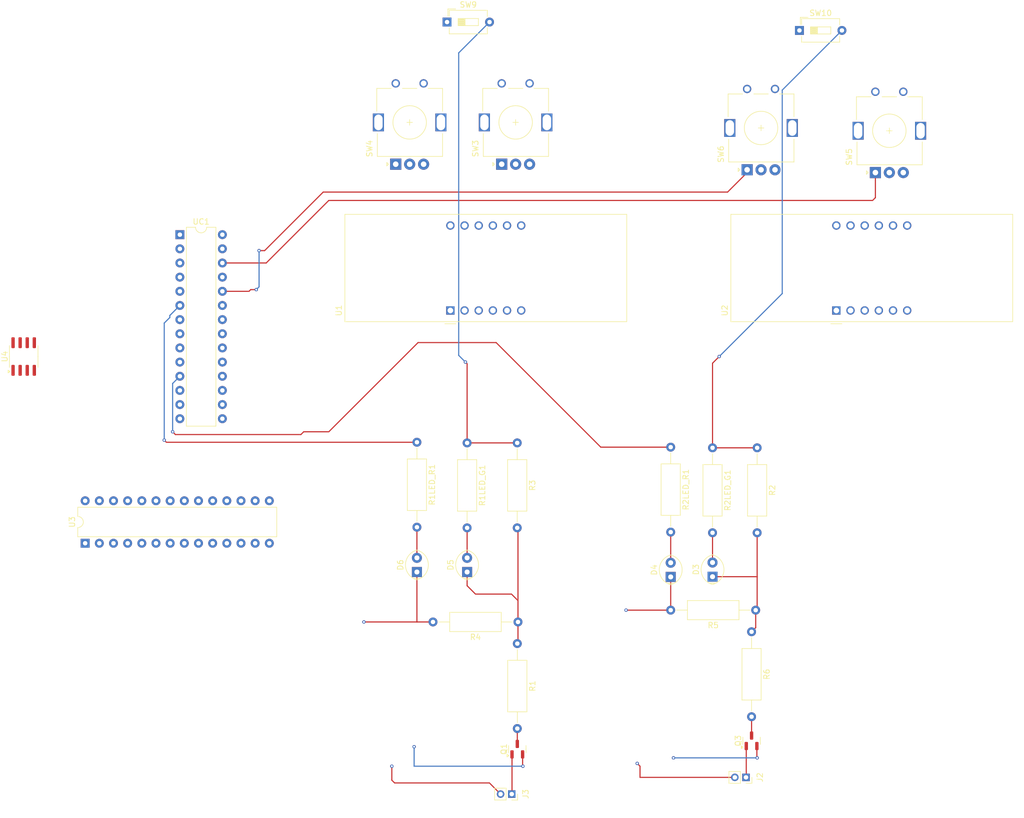
<source format=kicad_pcb>
(kicad_pcb (version 20240108) (generator "pcbnew") (generator_version "8.0")
  (layers (0 "F.Cu" signal) (31 "B.Cu" signal) (34 "B.Paste" user) (35 "F.Paste" user) (36 "B.SilkS" user "B.Silkscreen") (37 "F.SilkS" user "F.Silkscreen") (38 "B.Mask" user) (39 "F.Mask" user) (44 "Edge.Cuts" user))
  (net 0 "")
  (net 1 "Net-(D3-K)")
  (net 2 "Net-(D3-A)")
  (net 3 "Net-(D4-A)")
  (net 4 "GND")
  (net 5 "Net-(D5-K)")
  (net 6 "Net-(D5-A)")
  (net 7 "Net-(D6-A)")
  (net 8 "Net-(J2-Pin_1)")
  (net 9 "Net-(J3-Pin_1)")
  (net 10 "Net-(Q1-G)")
  (net 11 "VCC")
  (net 12 "Net-(Q3-G)")
  (net 13 "/Solenoid 1 Inputs/OUTPUT")
  (net 14 "/Microcontroller/SOL1_RED")
  (net 15 "/Solenoid 2 Inputs/OUTPUT")
  (net 16 "/Microcontroller/SOL2_RED")
  (net 17 "/Microcontroller/SOL1_DURA")
  (net 18 "/Microcontroller/SOL1_CLOCK")
  (net 19 "/Microcontroller/SOL1_DELAY")
  (net 20 "/Microcontroller/SOL2_CLOCK")
  (net 21 "/Microcontroller/SOL2_DURA")
  (net 22 "/Microcontroller/SOL2_DELAY")
  (net 23 "/Microcontroller/SOL1_GREEN")
  (net 24 "/Microcontroller/SOL2_GREEN")
  (net 60 "Net-(U3-GND-Pad4)")
  (net 72 "Net-(U4-FB)")
  (net 73 "/Microcontroller/5V_OUT")
  (net 76 "/Microcontroller/SOL1_CHECK")
  (net 79 "/Microcontroller/SDA")
  (net 80 "/Microcontroller/SCL")
  (net 82 "/Microcontroller/SOL2_CHECK")
  (net 87 "/Microcontroller/SOL1_CONF")
  (net 88 "/Microcontroller/SOL2_CONF")
  (footprint "Resistor_THT:R_Axial_DIN0309_L9.0mm_D3.2mm_P15.24mm_Horizontal" (layer "F.Cu") (at 129.3 94 -90)
    (property "Reference" "R1LED_G1" (at 7.62 -2.72 90) (layer "F.SilkS"))
    (property "Value" "220")
    (pad "1" thru_hole circle (at 0 0 270) (size 1.6 1.6) (drill 0.8) (layers "*.Cu" "*.Mask") (net 13 "/Solenoid 1 Inputs/OUTPUT"))
    (pad "2" thru_hole oval (at 15.24 0 270) (size 1.6 1.6) (drill 0.8) (layers "*.Cu" "*.Mask") (net 6 "Net-(D5-A)"))
  )
  (footprint "Rotary_Encoder:RotaryEncoder_Alps_EC11E_Vertical_H20mm" (layer "F.Cu") (at 202.5 45.5 90)
    (property "Reference" "SW5" (at 2.8 -4.7 90) (layer "F.SilkS"))
    (property "Value" "SOL2_DURA")
    (pad "" thru_hole circle (at 14.5 0 90) (size 1.5 1.5) (drill 1) (layers "*.Cu" "*.Mask"))
    (pad "" thru_hole circle (at 14.5 5 90) (size 1.5 1.5) (drill 1) (layers "*.Cu" "*.Mask"))
    (pad "A" thru_hole rect (at 0 0 90) (size 2 2) (drill 1) (layers "*.Cu" "*.Mask") (net 21 "/Microcontroller/SOL2_DURA"))
    (pad "B" thru_hole circle (at 0 5 90) (size 2 2) (drill 1) (layers "*.Cu" "*.Mask") (net 4 "GND"))
    (pad "C" thru_hole circle (at 0 2.5 90) (size 2 2) (drill 1) (layers "*.Cu" "*.Mask") (net 20 "/Microcontroller/SOL2_CLOCK"))
    (pad "MP" thru_hole rect (at 7.5 -3.1 90) (size 3.2 2) (drill oval 2.8 1.5) (layers "*.Cu" "*.Mask"))
    (pad "MP" thru_hole rect (at 7.5 8.1 90) (size 3.2 2) (drill oval 2.8 1.5) (layers "*.Cu" "*.Mask"))
  )
  (footprint "Button_Switch_THT:SW_DIP_SPSTx01_Slide_6.7x4.1mm_W7.62mm_P2.54mm_LowProfile" (layer "F.Cu") (at 188.88 20)
    (property "Reference" "SW10" (at 3.81 -3.11 0) (layer "F.SilkS"))
    (property "Value" "SOL2_MASTER")
    (pad "1" thru_hole rect (at 0 0) (size 1.6 1.6) (drill 0.8) (layers "*.Cu" "*.Mask") (net 24 "/Microcontroller/SOL2_GREEN"))
    (pad "2" thru_hole oval (at 7.62 0) (size 1.6 1.6) (drill 0.8) (layers "*.Cu" "*.Mask") (net 15 "/Solenoid 2 Inputs/OUTPUT"))
  )
  (footprint "LED_THT:LED_Oval_W5.2mm_H3.8mm" (layer "F.Cu") (at 129.3 117.16 90)
    (property "Reference" "D5" (at 1.27 -2.96 90) (layer "F.SilkS"))
    (property "Value" "SOL1_GRN")
    (pad "1" thru_hole rect (at 0 0 90) (size 1.8 1.8) (drill 0.9) (layers "*.Cu" "*.Mask") (net 5 "Net-(D5-K)"))
    (pad "2" thru_hole circle (at 2.54 0 90) (size 1.8 1.8) (drill 0.9) (layers "*.Cu" "*.Mask") (net 6 "Net-(D5-A)"))
  )
  (footprint "Connector_PinSocket_2.00mm:PinSocket_1x02_P2.00mm_Vertical" (layer "F.Cu") (at 179.3 154 -90)
    (property "Reference" "J2" (at 0 -2.5 90) (layer "F.SilkS"))
    (property "Value" "SOL2_PORT")
    (pad "1" thru_hole rect (at 0 0 270) (size 1.35 1.35) (drill 0.8) (layers "*.Cu" "*.Mask") (net 8 "Net-(J2-Pin_1)"))
    (pad "2" thru_hole oval (at 0 2 270) (size 1.35 1.35) (drill 0.8) (layers "*.Cu" "*.Mask") (net 4 "GND"))
  )
  (footprint "Package_TO_SOT_SMD:SOT-23" (layer "F.Cu") (at 180.3 147.4375 90)
    (property "Reference" "Q3" (at 0 -2.4 90) (layer "F.SilkS"))
    (property "Value" "SOL2_NFET")
    (pad "1" smd roundrect (at -0.9375 -0.95 90) (size 1.475 0.6) (layers "F.Cu" "F.Paste" "F.Mask") (net 8 "Net-(J2-Pin_1)"))
    (pad "2" smd roundrect (at -0.9375 0.95 90) (size 1.475 0.6) (layers "F.Cu" "F.Paste" "F.Mask") (net 11 "VCC"))
    (pad "3" smd roundrect (at 0.9375 0 90) (size 1.475 0.6) (layers "F.Cu" "F.Paste" "F.Mask") (net 12 "Net-(Q3-G)"))
  )
  (footprint "Package_DIP:DIP-28_W7.62mm" (layer "F.Cu") (at 60.82 112 90)
    (property "Reference" "U3" (at 3.81 -2.33 90) (layer "F.SilkS"))
    (property "Value" "SOL1_AND_2 SPLIT")
    (pad "1" thru_hole rect (at 0 0 90) (size 1.6 1.6) (drill 0.8) (layers "*.Cu" "*.Mask"))
    (pad "2" thru_hole oval (at 0 2.54 90) (size 1.6 1.6) (drill 0.8) (layers "*.Cu" "*.Mask"))
    (pad "3" thru_hole oval (at 0 5.08 90) (size 1.6 1.6) (drill 0.8) (layers "*.Cu" "*.Mask"))
    (pad "4" thru_hole oval (at 0 7.62 90) (size 1.6 1.6) (drill 0.8) (layers "*.Cu" "*.Mask") (net 60 "Net-(U3-GND-Pad4)"))
    (pad "5" thru_hole oval (at 0 10.16 90) (size 1.6 1.6) (drill 0.8) (layers "*.Cu" "*.Mask"))
    (pad "6" thru_hole oval (at 0 12.7 90) (size 1.6 1.6) (drill 0.8) (layers "*.Cu" "*.Mask"))
    (pad "7" thru_hole oval (at 0 15.24 90) (size 1.6 1.6) (drill 0.8) (layers "*.Cu" "*.Mask"))
    (pad "8" thru_hole oval (at 0 17.78 90) (size 1.6 1.6) (drill 0.8) (layers "*.Cu" "*.Mask"))
    (pad "9" thru_hole oval (at 0 20.32 90) (size 1.6 1.6) (drill 0.8) (layers "*.Cu" "*.Mask") (net 60 "Net-(U3-GND-Pad4)"))
    (pad "10" thru_hole oval (at 0 22.86 90) (size 1.6 1.6) (drill 0.8) (layers "*.Cu" "*.Mask"))
    (pad "11" thru_hole oval (at 0 25.4 90) (size 1.6 1.6) (drill 0.8) (layers "*.Cu" "*.Mask"))
    (pad "12" thru_hole oval (at 0 27.94 90) (size 1.6 1.6) (drill 0.8) (layers "*.Cu" "*.Mask"))
    (pad "13" thru_hole oval (at 0 30.48 90) (size 1.6 1.6) (drill 0.8) (layers "*.Cu" "*.Mask"))
    (pad "14" thru_hole oval (at 0 33.02 90) (size 1.6 1.6) (drill 0.8) (layers "*.Cu" "*.Mask"))
    (pad "15" thru_hole oval (at 7.62 33.02 90) (size 1.6 1.6) (drill 0.8) (layers "*.Cu" "*.Mask"))
    (pad "16" thru_hole oval (at 7.62 30.48 90) (size 1.6 1.6) (drill 0.8) (layers "*.Cu" "*.Mask"))
    (pad "17" thru_hole oval (at 7.62 27.94 90) (size 1.6 1.6) (drill 0.8) (layers "*.Cu" "*.Mask"))
    (pad "18" thru_hole oval (at 7.62 25.4 90) (size 1.6 1.6) (drill 0.8) (layers "*.Cu" "*.Mask"))
    (pad "19" thru_hole oval (at 7.62 22.86 90) (size 1.6 1.6) (drill 0.8) (layers "*.Cu" "*.Mask"))
    (pad "20" thru_hole oval (at 7.62 20.32 90) (size 1.6 1.6) (drill 0.8) (layers "*.Cu" "*.Mask"))
    (pad "21" thru_hole oval (at 7.62 17.78 90) (size 1.6 1.6) (drill 0.8) (layers "*.Cu" "*.Mask"))
    (pad "22" thru_hole oval (at 7.62 15.24 90) (size 1.6 1.6) (drill 0.8) (layers "*.Cu" "*.Mask"))
    (pad "23" thru_hole oval (at 7.62 12.7 90) (size 1.6 1.6) (drill 0.8) (layers "*.Cu" "*.Mask"))
    (pad "24" thru_hole oval (at 7.62 10.16 90) (size 1.6 1.6) (drill 0.8) (layers "*.Cu" "*.Mask"))
    (pad "25" thru_hole oval (at 7.62 7.62 90) (size 1.6 1.6) (drill 0.8) (layers "*.Cu" "*.Mask"))
    (pad "26" thru_hole oval (at 7.62 5.08 90) (size 1.6 1.6) (drill 0.8) (layers "*.Cu" "*.Mask"))
    (pad "27" thru_hole oval (at 7.62 2.54 90) (size 1.6 1.6) (drill 0.8) (layers "*.Cu" "*.Mask"))
    (pad "28" thru_hole oval (at 7.62 0 90) (size 1.6 1.6) (drill 0.8) (layers "*.Cu" "*.Mask"))
  )
  (footprint "Rotary_Encoder:RotaryEncoder_Alps_EC11E_Vertical_H20mm" (layer "F.Cu") (at 179.5 45 90)
    (property "Reference" "SW6" (at 2.8 -4.7 90) (layer "F.SilkS"))
    (property "Value" "SOL2_DELAY")
    (pad "" thru_hole circle (at 14.5 0 90) (size 1.5 1.5) (drill 1) (layers "*.Cu" "*.Mask"))
    (pad "" thru_hole circle (at 14.5 5 90) (size 1.5 1.5) (drill 1) (layers "*.Cu" "*.Mask"))
    (pad "A" thru_hole rect (at 0 0 90) (size 2 2) (drill 1) (layers "*.Cu" "*.Mask") (net 22 "/Microcontroller/SOL2_DELAY"))
    (pad "B" thru_hole circle (at 0 5 90) (size 2 2) (drill 1) (layers "*.Cu" "*.Mask") (net 4 "GND"))
    (pad "C" thru_hole circle (at 0 2.5 90) (size 2 2) (drill 1) (layers "*.Cu" "*.Mask") (net 20 "/Microcontroller/SOL2_CLOCK"))
    (pad "MP" thru_hole rect (at 7.5 -3.1 90) (size 3.2 2) (drill oval 2.8 1.5) (layers "*.Cu" "*.Mask"))
    (pad "MP" thru_hole rect (at 7.5 8.1 90) (size 3.2 2) (drill oval 2.8 1.5) (layers "*.Cu" "*.Mask"))
  )
  (footprint "Display_7Segment:CA56-12SRWA" (layer "F.Cu") (at 126.3 70.24 90)
    (property "Reference" "U1" (at 0 -20 90) (layer "F.SilkS"))
    (property "Value" "SOL1_DISP")
    (pad "1" thru_hole rect (at 0 0 90) (size 1.5 1.5) (drill 1) (layers "*.Cu" "*.Mask"))
    (pad "2" thru_hole circle (at 0 2.54 90) (size 1.5 1.5) (drill 1) (layers "*.Cu" "*.Mask"))
    (pad "3" thru_hole circle (at 0 5.08 90) (size 1.5 1.5) (drill 1) (layers "*.Cu" "*.Mask"))
    (pad "4" thru_hole circle (at 0 7.62 90) (size 1.5 1.5) (drill 1) (layers "*.Cu" "*.Mask"))
    (pad "5" thru_hole circle (at 0 10.16 90) (size 1.5 1.5) (drill 1) (layers "*.Cu" "*.Mask"))
    (pad "6" thru_hole circle (at 0 12.7 90) (size 1.5 1.5) (drill 1) (layers "*.Cu" "*.Mask"))
    (pad "7" thru_hole circle (at 15.24 12.7 90) (size 1.5 1.5) (drill 1) (layers "*.Cu" "*.Mask"))
    (pad "8" thru_hole circle (at 15.24 10.16 90) (size 1.5 1.5) (drill 1) (layers "*.Cu" "*.Mask"))
    (pad "9" thru_hole circle (at 15.24 7.62 90) (size 1.5 1.5) (drill 1) (layers "*.Cu" "*.Mask"))
    (pad "10" thru_hole circle (at 15.24 5.08 90) (size 1.5 1.5) (drill 1) (layers "*.Cu" "*.Mask"))
    (pad "11" thru_hole circle (at 15.24 2.54 90) (size 1.5 1.5) (drill 1) (layers "*.Cu" "*.Mask"))
    (pad "12" thru_hole circle (at 15.24 0 90) (size 1.5 1.5) (drill 1) (layers "*.Cu" "*.Mask"))
  )
  (footprint "Resistor_THT:R_Axial_DIN0309_L9.0mm_D3.2mm_P15.24mm_Horizontal" (layer "F.Cu") (at 138.42 126.12 180)
    (property "Reference" "R4" (at 7.62 -2.72 360) (layer "F.SilkS"))
    (property "Value" "10kO")
    (pad "1" thru_hole circle (at 0 0 180) (size 1.6 1.6) (drill 0.8) (layers "*.Cu" "*.Mask") (net 5 "Net-(D5-K)"))
    (pad "2" thru_hole oval (at 15.24 0 180) (size 1.6 1.6) (drill 0.8) (layers "*.Cu" "*.Mask") (net 4 "GND"))
  )
  (footprint "LED_THT:LED_Oval_W5.2mm_H3.8mm" (layer "F.Cu") (at 120.3 117.16 90)
    (property "Reference" "D6" (at 1.27 -2.96 90) (layer "F.SilkS"))
    (property "Value" "SOL1_RED")
    (pad "1" thru_hole rect (at 0 0 90) (size 1.8 1.8) (drill 0.9) (layers "*.Cu" "*.Mask") (net 4 "GND"))
    (pad "2" thru_hole circle (at 2.54 0 90) (size 1.8 1.8) (drill 0.9) (layers "*.Cu" "*.Mask") (net 7 "Net-(D6-A)"))
  )
  (footprint "Connector_PinSocket_2.00mm:PinSocket_1x02_P2.00mm_Vertical" (layer "F.Cu") (at 137.3 157 -90)
    (property "Reference" "J3" (at 0 -2.5 90) (layer "F.SilkS"))
    (property "Value" "SOL1_PORT")
    (pad "1" thru_hole rect (at 0 0 270) (size 1.35 1.35) (drill 0.8) (layers "*.Cu" "*.Mask") (net 9 "Net-(J3-Pin_1)"))
    (pad "2" thru_hole oval (at 0 2 270) (size 1.35 1.35) (drill 0.8) (layers "*.Cu" "*.Mask") (net 4 "GND"))
  )
  (footprint "Rotary_Encoder:RotaryEncoder_Alps_EC11E_Vertical_H20mm" (layer "F.Cu") (at 135.5 44 90)
    (property "Reference" "SW3" (at 2.8 -4.7 90) (layer "F.SilkS"))
    (property "Value" "SOL1_DURA")
    (pad "" thru_hole circle (at 14.5 0 90) (size 1.5 1.5) (drill 1) (layers "*.Cu" "*.Mask"))
    (pad "" thru_hole circle (at 14.5 5 90) (size 1.5 1.5) (drill 1) (layers "*.Cu" "*.Mask"))
    (pad "A" thru_hole rect (at 0 0 90) (size 2 2) (drill 1) (layers "*.Cu" "*.Mask") (net 17 "/Microcontroller/SOL1_DURA"))
    (pad "B" thru_hole circle (at 0 5 90) (size 2 2) (drill 1) (layers "*.Cu" "*.Mask") (net 4 "GND"))
    (pad "C" thru_hole circle (at 0 2.5 90) (size 2 2) (drill 1) (layers "*.Cu" "*.Mask") (net 18 "/Microcontroller/SOL1_CLOCK"))
    (pad "MP" thru_hole rect (at 7.5 -3.1 90) (size 3.2 2) (drill oval 2.8 1.5) (layers "*.Cu" "*.Mask"))
    (pad "MP" thru_hole rect (at 7.5 8.1 90) (size 3.2 2) (drill oval 2.8 1.5) (layers "*.Cu" "*.Mask"))
  )
  (footprint "Package_SO:SOIC-8_3.9x4.9mm_P1.27mm" (layer "F.Cu") (at 49.8 78.5 90)
    (property "Reference" "U4" (at 0 -3.4 90) (layer "F.SilkS"))
    (property "Value" "XL1509-3.3")
    (pad "1" smd roundrect (at -2.475 -1.905 90) (size 1.95 0.6) (layers "F.Cu" "F.Paste" "F.Mask") (net 11 "VCC"))
    (pad "2" smd roundrect (at -2.475 -0.635 90) (size 1.95 0.6) (layers "F.Cu" "F.Paste" "F.Mask") (net 73 "/Microcontroller/5V_OUT"))
    (pad "3" smd roundrect (at -2.475 0.635 90) (size 1.95 0.6) (layers "F.Cu" "F.Paste" "F.Mask") (net 72 "Net-(U4-FB)"))
    (pad "4" smd roundrect (at -2.475 1.905 90) (size 1.95 0.6) (layers "F.Cu" "F.Paste" "F.Mask") (net 4 "GND"))
    (pad "5" smd roundrect (at 2.475 1.905 90) (size 1.95 0.6) (layers "F.Cu" "F.Paste" "F.Mask") (net 72 "Net-(U4-FB)"))
    (pad "6" smd roundrect (at 2.475 0.635 90) (size 1.95 0.6) (layers "F.Cu" "F.Paste" "F.Mask") (net 72 "Net-(U4-FB)"))
    (pad "7" smd roundrect (at 2.475 -0.635 90) (size 1.95 0.6) (layers "F.Cu" "F.Paste" "F.Mask") (net 72 "Net-(U4-FB)"))
    (pad "8" smd roundrect (at 2.475 -1.905 90) (size 1.95 0.6) (layers "F.Cu" "F.Paste" "F.Mask") (net 72 "Net-(U4-FB)"))
  )
  (footprint "Resistor_THT:R_Axial_DIN0309_L9.0mm_D3.2mm_P15.24mm_Horizontal" (layer "F.Cu") (at 173.3 94.88 -90)
    (property "Reference" "R2LED_G1" (at 7.62 -2.72 90) (layer "F.SilkS"))
    (property "Value" "220")
    (pad "1" thru_hole circle (at 0 0 270) (size 1.6 1.6) (drill 0.8) (layers "*.Cu" "*.Mask") (net 15 "/Solenoid 2 Inputs/OUTPUT"))
    (pad "2" thru_hole oval (at 15.24 0 270) (size 1.6 1.6) (drill 0.8) (layers "*.Cu" "*.Mask") (net 2 "Net-(D3-A)"))
  )
  (footprint "Resistor_THT:R_Axial_DIN0309_L9.0mm_D3.2mm_P15.24mm_Horizontal" (layer "F.Cu") (at 181.04 124 180)
    (property "Reference" "R5" (at 7.62 -2.72 360) (layer "F.SilkS"))
    (property "Value" "10kO")
    (pad "1" thru_hole circle (at 0 0 180) (size 1.6 1.6) (drill 0.8) (layers "*.Cu" "*.Mask") (net 1 "Net-(D3-K)"))
    (pad "2" thru_hole oval (at 15.24 0 180) (size 1.6 1.6) (drill 0.8) (layers "*.Cu" "*.Mask") (net 4 "GND"))
  )
  (footprint "Resistor_THT:R_Axial_DIN0309_L9.0mm_D3.2mm_P15.24mm_Horizontal" (layer "F.Cu") (at 180.3 127.88 -90)
    (property "Reference" "R6" (at 7.62 -2.72 90) (layer "F.SilkS"))
    (property "Value" "1kO")
    (pad "1" thru_hole circle (at 0 0 270) (size 1.6 1.6) (drill 0.8) (layers "*.Cu" "*.Mask") (net 1 "Net-(D3-K)"))
    (pad "2" thru_hole oval (at 15.24 0 270) (size 1.6 1.6) (drill 0.8) (layers "*.Cu" "*.Mask") (net 12 "Net-(Q3-G)"))
  )
  (footprint "Rotary_Encoder:RotaryEncoder_Alps_EC11E_Vertical_H20mm" (layer "F.Cu") (at 116.5 44 90)
    (property "Reference" "SW4" (at 2.8 -4.7 90) (layer "F.SilkS"))
    (property "Value" "SOL1_DELAY")
    (pad "" thru_hole circle (at 14.5 0 90) (size 1.5 1.5) (drill 1) (layers "*.Cu" "*.Mask"))
    (pad "" thru_hole circle (at 14.5 5 90) (size 1.5 1.5) (drill 1) (layers "*.Cu" "*.Mask"))
    (pad "A" thru_hole rect (at 0 0 90) (size 2 2) (drill 1) (layers "*.Cu" "*.Mask") (net 19 "/Microcontroller/SOL1_DELAY"))
    (pad "B" thru_hole circle (at 0 5 90) (size 2 2) (drill 1) (layers "*.Cu" "*.Mask") (net 4 "GND"))
    (pad "C" thru_hole circle (at 0 2.5 90) (size 2 2) (drill 1) (layers "*.Cu" "*.Mask") (net 18 "/Microcontroller/SOL1_CLOCK"))
    (pad "MP" thru_hole rect (at 7.5 -3.1 90) (size 3.2 2) (drill oval 2.8 1.5) (layers "*.Cu" "*.Mask"))
    (pad "MP" thru_hole rect (at 7.5 8.1 90) (size 3.2 2) (drill oval 2.8 1.5) (layers "*.Cu" "*.Mask"))
  )
  (footprint "Display_7Segment:CA56-12SRWA" (layer "F.Cu") (at 195.5 70.24 90)
    (property "Reference" "U2" (at 0 -20 90) (layer "F.SilkS"))
    (property "Value" "SOL2_DISP")
    (pad "1" thru_hole rect (at 0 0 90) (size 1.5 1.5) (drill 1) (layers "*.Cu" "*.Mask"))
    (pad "2" thru_hole circle (at 0 2.54 90) (size 1.5 1.5) (drill 1) (layers "*.Cu" "*.Mask"))
    (pad "3" thru_hole circle (at 0 5.08 90) (size 1.5 1.5) (drill 1) (layers "*.Cu" "*.Mask"))
    (pad "4" thru_hole circle (at 0 7.62 90) (size 1.5 1.5) (drill 1) (layers "*.Cu" "*.Mask"))
    (pad "5" thru_hole circle (at 0 10.16 90) (size 1.5 1.5) (drill 1) (layers "*.Cu" "*.Mask"))
    (pad "6" thru_hole circle (at 0 12.7 90) (size 1.5 1.5) (drill 1) (layers "*.Cu" "*.Mask"))
    (pad "7" thru_hole circle (at 15.24 12.7 90) (size 1.5 1.5) (drill 1) (layers "*.Cu" "*.Mask"))
    (pad "8" thru_hole circle (at 15.24 10.16 90) (size 1.5 1.5) (drill 1) (layers "*.Cu" "*.Mask"))
    (pad "9" thru_hole circle (at 15.24 7.62 90) (size 1.5 1.5) (drill 1) (layers "*.Cu" "*.Mask"))
    (pad "10" thru_hole circle (at 15.24 5.08 90) (size 1.5 1.5) (drill 1) (layers "*.Cu" "*.Mask"))
    (pad "11" thru_hole circle (at 15.24 2.54 90) (size 1.5 1.5) (drill 1) (layers "*.Cu" "*.Mask"))
    (pad "12" thru_hole circle (at 15.24 0 90) (size 1.5 1.5) (drill 1) (layers "*.Cu" "*.Mask"))
  )
  (footprint "Package_TO_SOT_SMD:SOT-23" (layer "F.Cu") (at 138.3 148.9375 90)
    (property "Reference" "Q1" (at 0 -2.4 90) (layer "F.SilkS"))
    (property "Value" "SOL1_NFET")
    (pad "1" smd roundrect (at -0.9375 -0.95 90) (size 1.475 0.6) (layers "F.Cu" "F.Paste" "F.Mask") (net 9 "Net-(J3-Pin_1)"))
    (pad "2" smd roundrect (at -0.9375 0.95 90) (size 1.475 0.6) (layers "F.Cu" "F.Paste" "F.Mask") (net 11 "VCC"))
    (pad "3" smd roundrect (at 0.9375 0 90) (size 1.475 0.6) (layers "F.Cu" "F.Paste" "F.Mask") (net 10 "Net-(Q1-G)"))
  )
  (footprint "LED_THT:LED_Oval_W5.2mm_H3.8mm" (layer "F.Cu") (at 173.3 118 90)
    (property "Reference" "D3" (at 1.27 -2.96 90) (layer "F.SilkS"))
    (property "Value" "SOL2_GRN")
    (pad "1" thru_hole rect (at 0 0 90) (size 1.8 1.8) (drill 0.9) (layers "*.Cu" "*.Mask") (net 1 "Net-(D3-K)"))
    (pad "2" thru_hole circle (at 2.54 0 90) (size 1.8 1.8) (drill 0.9) (layers "*.Cu" "*.Mask") (net 2 "Net-(D3-A)"))
  )
  (footprint "Resistor_THT:R_Axial_DIN0309_L9.0mm_D3.2mm_P15.24mm_Horizontal" (layer "F.Cu") (at 181.3 94.88 -90)
    (property "Reference" "R2" (at 7.62 -2.72 90) (layer "F.SilkS"))
    (property "Value" "100")
    (pad "1" thru_hole circle (at 0 0 270) (size 1.6 1.6) (drill 0.8) (layers "*.Cu" "*.Mask") (net 15 "/Solenoid 2 Inputs/OUTPUT"))
    (pad "2" thru_hole oval (at 15.24 0 270) (size 1.6 1.6) (drill 0.8) (layers "*.Cu" "*.Mask") (net 1 "Net-(D3-K)"))
  )
  (footprint "LED_THT:LED_Oval_W5.2mm_H3.8mm" (layer "F.Cu") (at 165.8 118.04 90)
    (property "Reference" "D4" (at 1.27 -2.96 90) (layer "F.SilkS"))
    (property "Value" "SOL2_RED")
    (pad "1" thru_hole rect (at 0 0 90) (size 1.8 1.8) (drill 0.9) (layers "*.Cu" "*.Mask") (net 4 "GND"))
    (pad "2" thru_hole circle (at 2.54 0 90) (size 1.8 1.8) (drill 0.9) (layers "*.Cu" "*.Mask") (net 3 "Net-(D4-A)"))
  )
  (footprint "Resistor_THT:R_Axial_DIN0309_L9.0mm_D3.2mm_P15.24mm_Horizontal" (layer "F.Cu") (at 138.3 130 -90)
    (property "Reference" "R1" (at 7.62 -2.72 90) (layer "F.SilkS"))
    (property "Value" "1kO")
    (pad "1" thru_hole circle (at 0 0 270) (size 1.6 1.6) (drill 0.8) (layers "*.Cu" "*.Mask") (net 5 "Net-(D5-K)"))
    (pad "2" thru_hole oval (at 15.24 0 270) (size 1.6 1.6) (drill 0.8) (layers "*.Cu" "*.Mask") (net 10 "Net-(Q1-G)"))
  )
  (footprint "Package_DIP:DIP-28_W7.62mm" (layer "F.Cu") (at 77.8 56.64)
    (property "Reference" "UC1" (at 3.81 -2.33 0) (layer "F.SilkS"))
    (property "Value" "ATmega328-P")
    (pad "1" thru_hole rect (at 0 0) (size 1.6 1.6) (drill 0.8) (layers "*.Cu" "*.Mask"))
    (pad "2" thru_hole oval (at 0 2.54) (size 1.6 1.6) (drill 0.8) (layers "*.Cu" "*.Mask"))
    (pad "3" thru_hole oval (at 0 5.08) (size 1.6 1.6) (drill 0.8) (layers "*.Cu" "*.Mask"))
    (pad "4" thru_hole oval (at 0 7.62) (size 1.6 1.6) (drill 0.8) (layers "*.Cu" "*.Mask") (net 76 "/Microcontroller/SOL1_CHECK"))
    (pad "5" thru_hole oval (at 0 10.16) (size 1.6 1.6) (drill 0.8) (layers "*.Cu" "*.Mask") (net 82 "/Microcontroller/SOL2_CHECK"))
    (pad "6" thru_hole oval (at 0 12.7) (size 1.6 1.6) (drill 0.8) (layers "*.Cu" "*.Mask") (net 14 "/Microcontroller/SOL1_RED"))
    (pad "7" thru_hole oval (at 0 15.24) (size 1.6 1.6) (drill 0.8) (layers "*.Cu" "*.Mask") (net 73 "/Microcontroller/5V_OUT"))
    (pad "8" thru_hole oval (at 0 17.78) (size 1.6 1.6) (drill 0.8) (layers "*.Cu" "*.Mask") (net 72 "Net-(U4-FB)"))
    (pad "9" thru_hole oval (at 0 20.32) (size 1.6 1.6) (drill 0.8) (layers "*.Cu" "*.Mask"))
    (pad "10" thru_hole oval (at 0 22.86) (size 1.6 1.6) (drill 0.8) (layers "*.Cu" "*.Mask"))
    (pad "11" thru_hole oval (at 0 25.4) (size 1.6 1.6) (drill 0.8) (layers "*.Cu" "*.Mask") (net 16 "/Microcontroller/SOL2_RED"))
    (pad "12" thru_hole oval (at 0 27.94) (size 1.6 1.6) (drill 0.8) (layers "*.Cu" "*.Mask") (net 23 "/Microcontroller/SOL1_GREEN"))
    (pad "13" thru_hole oval (at 0 30.48) (size 1.6 1.6) (drill 0.8) (layers "*.Cu" "*.Mask") (net 24 "/Microcontroller/SOL2_GREEN"))
    (pad "14" thru_hole oval (at 0 33.02) (size 1.6 1.6) (drill 0.8) (layers "*.Cu" "*.Mask") (net 87 "/Microcontroller/SOL1_CONF"))
    (pad "15" thru_hole oval (at 7.62 33.02) (size 1.6 1.6) (drill 0.8) (layers "*.Cu" "*.Mask"))
    (pad "16" thru_hole oval (at 7.62 30.48) (size 1.6 1.6) (drill 0.8) (layers "*.Cu" "*.Mask") (net 18 "/Microcontroller/SOL1_CLOCK"))
    (pad "17" thru_hole oval (at 7.62 27.94) (size 1.6 1.6) (drill 0.8) (layers "*.Cu" "*.Mask") (net 17 "/Microcontroller/SOL1_DURA"))
    (pad "18" thru_hole oval (at 7.62 25.4) (size 1.6 1.6) (drill 0.8) (layers "*.Cu" "*.Mask") (net 19 "/Microcontroller/SOL1_DELAY"))
    (pad "19" thru_hole oval (at 7.62 22.86) (size 1.6 1.6) (drill 0.8) (layers "*.Cu" "*.Mask"))
    (pad "20" thru_hole oval (at 7.62 20.32) (size 1.6 1.6) (drill 0.8) (layers "*.Cu" "*.Mask"))
    (pad "21" thru_hole oval (at 7.62 17.78) (size 1.6 1.6) (drill 0.8) (layers "*.Cu" "*.Mask"))
    (pad "22" thru_hole oval (at 7.62 15.24) (size 1.6 1.6) (drill 0.8) (layers "*.Cu" "*.Mask") (net 72 "Net-(U4-FB)"))
    (pad "23" thru_hole oval (at 7.62 12.7) (size 1.6 1.6) (drill 0.8) (layers "*.Cu" "*.Mask") (net 88 "/Microcontroller/SOL2_CONF"))
    (pad "24" thru_hole oval (at 7.62 10.16) (size 1.6 1.6) (drill 0.8) (layers "*.Cu" "*.Mask") (net 22 "/Microcontroller/SOL2_DELAY"))
    (pad "25" thru_hole oval (at 7.62 7.62) (size 1.6 1.6) (drill 0.8) (layers "*.Cu" "*.Mask") (net 20 "/Microcontroller/SOL2_CLOCK"))
    (pad "26" thru_hole oval (at 7.62 5.08) (size 1.6 1.6) (drill 0.8) (layers "*.Cu" "*.Mask") (net 21 "/Microcontroller/SOL2_DURA"))
    (pad "27" thru_hole oval (at 7.62 2.54) (size 1.6 1.6) (drill 0.8) (layers "*.Cu" "*.Mask") (net 79 "/Microcontroller/SDA"))
    (pad "28" thru_hole oval (at 7.62 0) (size 1.6 1.6) (drill 0.8) (layers "*.Cu" "*.Mask") (net 80 "/Microcontroller/SCL"))
  )
  (footprint "Resistor_THT:R_Axial_DIN0309_L9.0mm_D3.2mm_P15.24mm_Horizontal" (layer "F.Cu") (at 165.8 94.76 -90)
    (property "Reference" "R2LED_R1" (at 7.62 -2.72 90) (layer "F.SilkS"))
    (property "Value" "R")
    (pad "1" thru_hole circle (at 0 0 270) (size 1.6 1.6) (drill 0.8) (layers "*.Cu" "*.Mask") (net 16 "/Microcontroller/SOL2_RED"))
    (pad "2" thru_hole oval (at 15.24 0 270) (size 1.6 1.6) (drill 0.8) (layers "*.Cu" "*.Mask") (net 3 "Net-(D4-A)"))
  )
  (footprint "Resistor_THT:R_Axial_DIN0309_L9.0mm_D3.2mm_P15.24mm_Horizontal" (layer "F.Cu") (at 120.3 93.88 -90)
    (property "Reference" "R1LED_R1" (at 7.62 -2.72 90) (layer "F.SilkS"))
    (property "Value" "R")
    (pad "1" thru_hole circle (at 0 0 270) (size 1.6 1.6) (drill 0.8) (layers "*.Cu" "*.Mask") (net 14 "/Microcontroller/SOL1_RED"))
    (pad "2" thru_hole oval (at 15.24 0 270) (size 1.6 1.6) (drill 0.8) (layers "*.Cu" "*.Mask") (net 7 "Net-(D6-A)"))
  )
  (footprint "Resistor_THT:R_Axial_DIN0309_L9.0mm_D3.2mm_P15.24mm_Horizontal" (layer "F.Cu") (at 138.284309 93.996437 -90)
    (property "Reference" "R3" (at 7.62 -2.72 90) (layer "F.SilkS"))
    (property "Value" "100")
    (pad "1" thru_hole circle (at 0 0 270) (size 1.6 1.6) (drill 0.8) (layers "*.Cu" "*.Mask") (net 13 "/Solenoid 1 Inputs/OUTPUT"))
    (pad "2" thru_hole oval (at 15.24 0 270) (size 1.6 1.6) (drill 0.8) (layers "*.Cu" "*.Mask") (net 5 "Net-(D5-K)"))
  )
  (footprint "Button_Switch_THT:SW_DIP_SPSTx01_Slide_6.7x4.1mm_W7.62mm_P2.54mm_LowProfile" (layer "F.Cu") (at 125.7 18.5)
    (property "Reference" "SW9" (at 3.81 -3.11 0) (layer "F.SilkS"))
    (property "Value" "SOL1_MASTER")
    (pad "1" thru_hole rect (at 0 0) (size 1.6 1.6) (drill 0.8) (layers "*.Cu" "*.Mask") (net 23 "/Microcontroller/SOL1_GREEN"))
    (pad "2" thru_hole oval (at 7.62 0) (size 1.6 1.6) (drill 0.8) (layers "*.Cu" "*.Mask") (net 13 "/Solenoid 1 Inputs/OUTPUT"))
  )
  (segment (start 181.04 127.14) (end 180.3 127.88) (width 0.2) (layer "F.Cu") (net 1))
  (segment (start 173.3 118) (end 181.3 118) (width 0.2) (layer "F.Cu") (net 1))
  (segment (start 181.3 123.74) (end 181.04 124) (width 0.2) (layer "F.Cu") (net 1))
  (segment (start 181.3 110.12) (end 181.3 118) (width 0.2) (layer "F.Cu") (net 1))
  (segment (start 181.04 124) (end 181.04 127.14) (width 0.2) (layer "F.Cu") (net 1))
  (segment (start 181.3 118) (end 181.3 123.74) (width 0.2) (layer "F.Cu") (net 1))
  (segment (start 173.3 115.46) (end 173.3 110.12) (width 0.2) (layer "F.Cu") (net 2))
  (segment (start 165.8 110) (end 165.8 115.5) (width 0.2) (layer "F.Cu") (net 3))
  (segment (start 116.3 155) (end 115.8 154.5) (width 0.2) (layer "F.Cu") (net 4))
  (segment (start 133.3 155) (end 116.3 155) (width 0.2) (layer "F.Cu") (net 4))
  (segment (start 160.3 154) (end 160.3 152) (width 0.2) (layer "F.Cu") (net 4))
  (segment (start 165.8 124) (end 165.8 118.04) (width 0.2) (layer "F.Cu") (net 4))
  (segment (start 165.8 124) (end 157.8 124) (width 0.2) (layer "F.Cu") (net 4))
  (segment (start 135.3 157) (end 133.3 155) (width 0.2) (layer "F.Cu") (net 4))
  (segment (start 160.3 152) (end 159.8 151.5) (width 0.2) (layer "F.Cu") (net 4))
  (segment (start 177.3 154) (end 160.3 154) (width 0.2) (layer "F.Cu") (net 4))
  (segment (start 120.3 126.12) (end 110.8 126.12) (width 0.2) (layer "F.Cu") (net 4))
  (segment (start 120.3 117.16) (end 120.3 126.12) (width 0.2) (layer "F.Cu") (net 4))
  (segment (start 123.18 126.12) (end 120.3 126.12) (width 0.2) (layer "F.Cu") (net 4))
  (segment (start 115.8 154.5) (end 115.8 152) (width 0.2) (layer "F.Cu") (net 4))
  (via (at 157.8 124) (size 0.6) (drill 0.3) (layers "F.Cu" "B.Cu") (net 4))
  (via (at 115.8 152) (size 0.6) (drill 0.3) (layers "F.Cu" "B.Cu") (net 4))
  (via (at 110.8 126.12) (size 0.6) (drill 0.3) (layers "F.Cu" "B.Cu") (net 4))
  (via (at 159.8 151.5) (size 0.6) (drill 0.3) (layers "F.Cu" "B.Cu") (net 4))
  (segment (start 138.42 109.372128) (end 138.42 122.286817) (width 0.2) (layer "F.Cu") (net 5))
  (segment (start 137.253183 121.12) (end 138.42 122.286817) (width 0.2) (layer "F.Cu") (net 5))
  (segment (start 129.3 119.62) (end 130.8 121.12) (width 0.2) (layer "F.Cu") (net 5))
  (segment (start 130.8 121.12) (end 137.253183 121.12) (width 0.2) (layer "F.Cu") (net 5))
  (segment (start 138.42 129.88) (end 138.3 130) (width 0.2) (layer "F.Cu") (net 5))
  (segment (start 138.42 126.12) (end 138.42 129.88) (width 0.2) (layer "F.Cu") (net 5))
  (segment (start 129.3 117.16) (end 129.3 119.62) (width 0.2) (layer "F.Cu") (net 5))
  (segment (start 138.284309 109.236437) (end 138.42 109.372128) (width 0.2) (layer "F.Cu") (net 5))
  (segment (start 138.42 122.286817) (end 138.42 126.12) (width 0.2) (layer "F.Cu") (net 5))
  (segment (start 129.3 109.24) (end 129.3 114.62) (width 0.2) (layer "F.Cu") (net 6))
  (segment (start 120.3 109.12) (end 120.3 114.62) (width 0.2) (layer "F.Cu") (net 7))
  (segment (start 179.35 148.375) (end 179.35 153.95) (width 0.2) (layer "F.Cu") (net 8))
  (segment (start 179.35 153.95) (end 179.3 154) (width 0.2) (layer "F.Cu") (net 8))
  (segment (start 137.35 156.95) (end 137.3 157) (width 0.2) (layer "F.Cu") (net 9))
  (segment (start 137.35 149.875) (end 137.35 156.95) (width 0.2) (layer "F.Cu") (net 9))
  (segment (start 138.3 145.24) (end 138.3 148) (width 0.2) (layer "F.Cu") (net 10))
  (segment (start 181.25 150.45) (end 181.3 150.5) (width 0.2) (layer "F.Cu") (net 11))
  (segment (start 181.25 148.375) (end 181.25 150.45) (width 0.2) (layer "F.Cu") (net 11))
  (segment (start 139.25 151.95) (end 139.3 152) (width 0.2) (layer "F.Cu") (net 11))
  (segment (start 139.25 149.875) (end 139.25 151.95) (width 0.2) (layer "F.Cu") (net 11))
  (via (at 166.3 150.5) (size 0.6) (drill 0.3) (layers "F.Cu" "B.Cu") (net 11))
  (via (at 119.8 148.5) (size 0.6) (drill 0.3) (layers "F.Cu" "B.Cu") (net 11))
  (via (at 181.3 150.5) (size 0.6) (drill 0.3) (layers "F.Cu" "B.Cu") (net 11))
  (via (at 139.3 152) (size 0.6) (drill 0.3) (layers "F.Cu" "B.Cu") (net 11))
  (segment (start 119.8 152) (end 119.8 148.5) (width 0.2) (layer "B.Cu") (net 11))
  (segment (start 181.3 150.5) (end 166.3 150.5) (width 0.2) (layer "B.Cu") (net 11))
  (segment (start 139.3 152) (end 119.8 152) (width 0.2) (layer "B.Cu") (net 11))
  (segment (start 180.3 143.12) (end 180.3 146.5) (width 0.2) (layer "F.Cu") (net 12))
  (segment (start 129.3 94) (end 129.3 79.8) (width 0.2) (layer "F.Cu") (net 13))
  (segment (start 129.3 79.8) (end 129 79.5) (width 0.2) (layer "F.Cu") (net 13))
  (segment (start 129.303563 93.996437) (end 129.3 94) (width 0.2) (layer "F.Cu") (net 13))
  (segment (start 138.284309 93.996437) (end 129.303563 93.996437) (width 0.2) (layer "F.Cu") (net 13))
  (via (at 129 79.5) (size 0.6) (drill 0.3) (layers "F.Cu" "B.Cu") (net 13))
  (segment (start 129 79.5) (end 127.79 78.29) (width 0.2) (layer "B.Cu") (net 13))
  (segment (start 127.79 24.03) (end 133.32 18.5) (width 0.2) (layer "B.Cu") (net 13))
  (segment (start 127.79 78.29) (end 127.79 24.03) (width 0.2) (layer "B.Cu") (net 13))
  (segment (start 75.38 93.88) (end 75 93.5) (width 0.2) (layer "F.Cu") (net 14))
  (segment (start 120.3 93.88) (end 75.38 93.88) (width 0.2) (layer "F.Cu") (net 14))
  (via (at 75 93.5) (size 0.6) (drill 0.3) (layers "F.Cu" "B.Cu") (net 14))
  (segment (start 76 71.14) (end 77.8 69.34) (width 0.2) (layer "B.Cu") (net 14))
  (segment (start 75 93.5) (end 75 72.5) (width 0.2) (layer "B.Cu") (net 14))
  (segment (start 76 71.5) (end 76 71.14) (width 0.2) (layer "B.Cu") (net 14))
  (segment (start 75 72.5) (end 76 71.5) (width 0.2) (layer "B.Cu") (net 14))
  (segment (start 181.3 94.88) (end 173.3 94.88) (width 0.2) (layer "F.Cu") (net 15))
  (segment (start 173.3 79.7) (end 174.5 78.5) (width 0.2) (layer "F.Cu") (net 15))
  (segment (start 173.3 94.88) (end 173.3 79.7) (width 0.2) (layer "F.Cu") (net 15))
  (via (at 174.5 78.5) (size 0.6) (drill 0.3) (layers "F.Cu" "B.Cu") (net 15))
  (segment (start 185.8 67.2) (end 185.8 30.7) (width 0.2) (layer "B.Cu") (net 15))
  (segment (start 185.8 30.7) (end 196.5 20) (width 0.2) (layer "B.Cu") (net 15))
  (segment (start 174.5 78.5) (end 185.8 67.2) (width 0.2) (layer "B.Cu") (net 15))
  (segment (start 77 92.5) (end 76.5 92) (width 0.2) (layer "F.Cu") (net 16))
  (segment (start 100 92) (end 99.5 92.5) (width 0.2) (layer "F.Cu") (net 16))
  (segment (start 120.5 76) (end 117.5 79) (width 0.2) (layer "F.Cu") (net 16))
  (segment (start 104.5 92) (end 100 92) (width 0.2) (layer "F.Cu") (net 16))
  (segment (start 134.5 76) (end 120.5 76) (width 0.2) (layer "F.Cu") (net 16))
  (segment (start 99.5 92.5) (end 77 92.5) (width 0.2) (layer "F.Cu") (net 16))
  (segment (start 117.5 79) (end 104.5 92) (width 0.2) (layer "F.Cu") (net 16))
  (segment (start 165.8 94.76) (end 153.26 94.76) (width 0.2) (layer "F.Cu") (net 16))
  (segment (start 153.26 94.76) (end 134.5 76) (width 0.2) (layer "F.Cu") (net 16))
  (via (at 76.5 92) (size 0.6) (drill 0.3) (layers "F.Cu" "B.Cu") (net 16))
  (segment (start 76.5 83.34) (end 77.8 82.04) (width 0.2) (layer "B.Cu") (net 16))
  (segment (start 76.5 92) (end 76.5 83.34) (width 0.2) (layer "B.Cu") (net 16))
  (segment (start 202 50.5) (end 104.5 50.5) (width 0.2) (layer "F.Cu") (net 21))
  (segment (start 202.5 45.5) (end 202.5 50) (width 0.2) (layer "F.Cu") (net 21))
  (segment (start 93.28 61.72) (end 85.42 61.72) (width 0.2) (layer "F.Cu") (net 21))
  (segment (start 202.5 50) (end 202 50.5) (width 0.2) (layer "F.Cu") (net 21))
  (segment (start 104.5 50.5) (end 93.28 61.72) (width 0.2) (layer "F.Cu") (net 21))
  (segment (start 176 49) (end 103.5 49) (width 0.2) (layer "F.Cu") (net 22))
  (segment (start 179.5 45) (end 179.5 45.5) (width 0.2) (layer "F.Cu") (net 22))
  (segment (start 90.2 66.8) (end 85.42 66.8) (width 0.2) (layer "F.Cu") (net 22))
  (segment (start 93 59.5) (end 92 59.5) (width 0.2) (layer "F.Cu") (net 22))
  (segment (start 103.5 49) (end 93 59.5) (width 0.2) (layer "F.Cu") (net 22))
  (segment (start 91.5 66.5) (end 90.5 66.5) (width 0.2) (layer "F.Cu") (net 22))
  (segment (start 176.5 48.5) (end 176 49) (width 0.2) (layer "F.Cu") (net 22))
  (segment (start 90.5 66.5) (end 90.2 66.8) (width 0.2) (layer "F.Cu") (net 22))
  (segment (start 179.5 45.5) (end 176.5 48.5) (width 0.2) (layer "F.Cu") (net 22))
  (via (at 91.5 66.5) (size 0.6) (drill 0.3) (layers "F.Cu" "B.Cu") (net 22))
  (via (at 92 59.5) (size 0.6) (drill 0.3) (layers "F.Cu" "B.Cu") (net 22))
  (segment (start 92 59.5) (end 92 66) (width 0.2) (layer "B.Cu") (net 22))
  (segment (start 92 66) (end 91.5 66.5) (width 0.2) (layer "B.Cu") (net 22))
)
</source>
